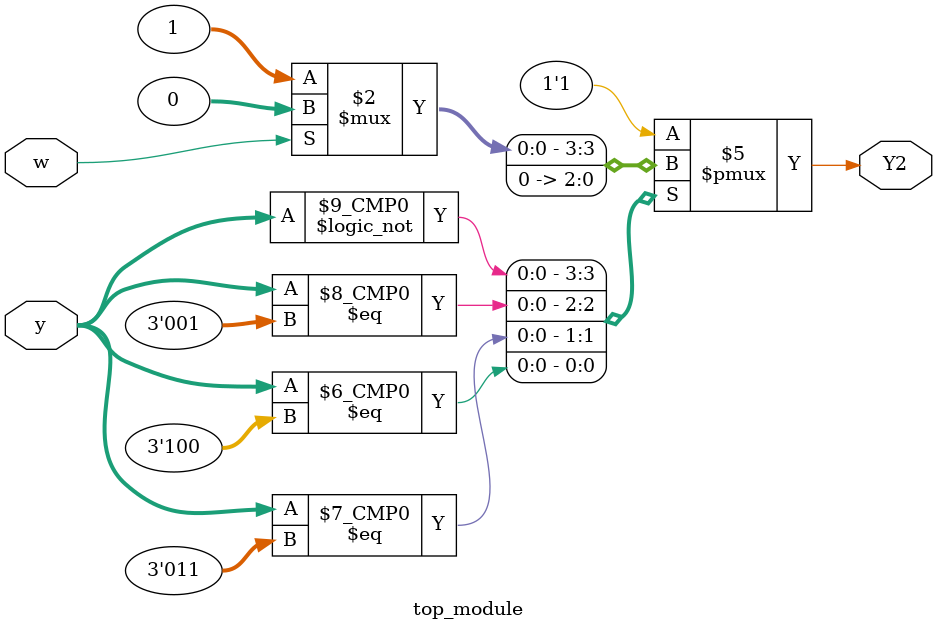
<source format=sv>
module top_module(
    input [3:1] y,
    input w,
    output reg Y2);

    always @(*) begin
        case (y)
            // Next state logic for Y2
            3'b000: Y2 = (w) ? 0 : 1;
            3'b001: Y2 = 0;
            3'b010: Y2 = 1;
            3'b011: Y2 = 0;
            3'b100: Y2 = 0;
            3'b101: Y2 = 1;
            default: Y2 = 1;
        endcase
    end

endmodule

</source>
